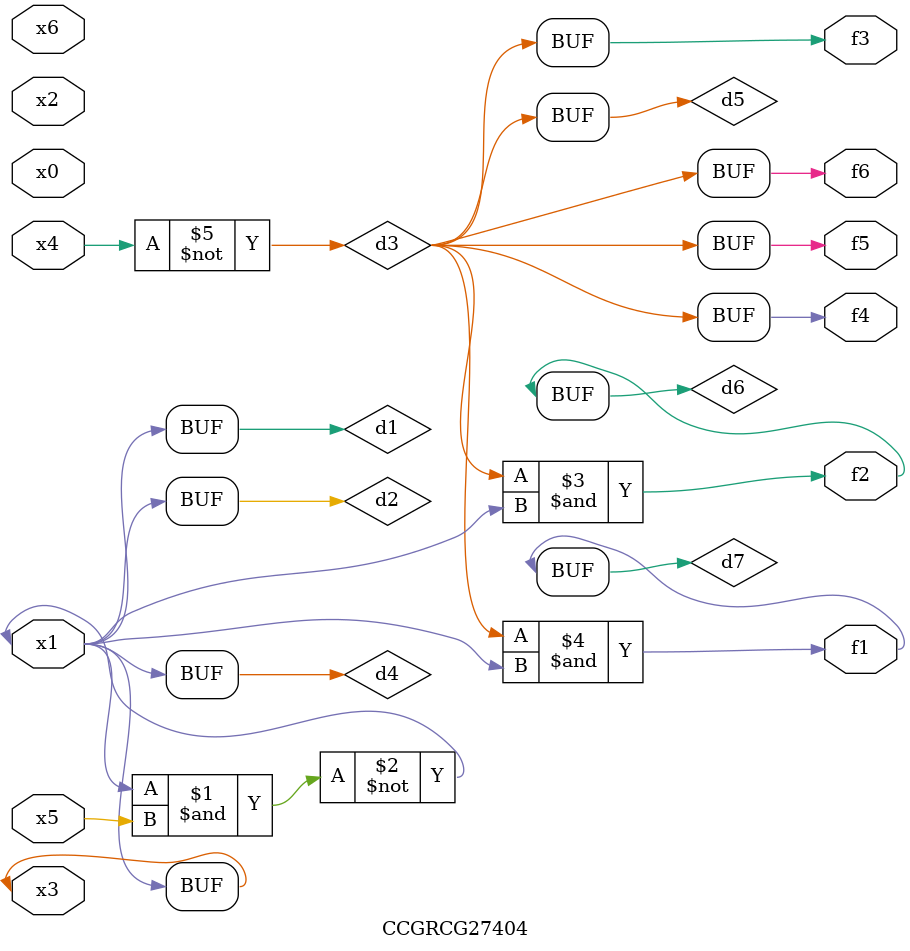
<source format=v>
module CCGRCG27404(
	input x0, x1, x2, x3, x4, x5, x6,
	output f1, f2, f3, f4, f5, f6
);

	wire d1, d2, d3, d4, d5, d6, d7;

	buf (d1, x1, x3);
	nand (d2, x1, x5);
	not (d3, x4);
	buf (d4, d1, d2);
	buf (d5, d3);
	and (d6, d3, d4);
	and (d7, d3, d4);
	assign f1 = d7;
	assign f2 = d6;
	assign f3 = d5;
	assign f4 = d5;
	assign f5 = d5;
	assign f6 = d5;
endmodule

</source>
